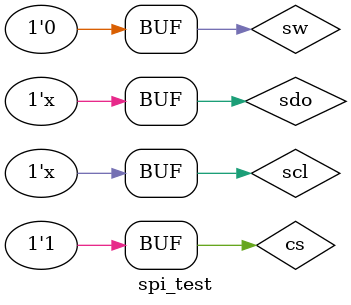
<source format=v>
`timescale 1ns / 1ps


module spi_test;

	// Inputs
	reg sw;
	reg scl;
	reg sdo;
	reg cs;

	// Outputs
	wire ecs;
	wire [15:0] out;

	// Instantiate the Unit Under Test (UUT)
	controller_PmodALS uut (
		.sw(sw), 
		.scl(scl), 
		.sdo(sdo), 
		.cs(cs), 
		.ecs(ecs), 
		.out(out)
	);
always begin
 #5 scl = ~scl;
 end
 always begin
#7 sdo = ~sdo;
 end
	initial begin
		// Initialize Inputs
		sw = 1;
		scl = 0;
		sdo = 1;
		cs = 0;
	           
		// Add stimulus here
		# 55 cs = 0;
		# 300 sw = 0;
 		# 100 cs = 1;
	end
      
endmodule


</source>
